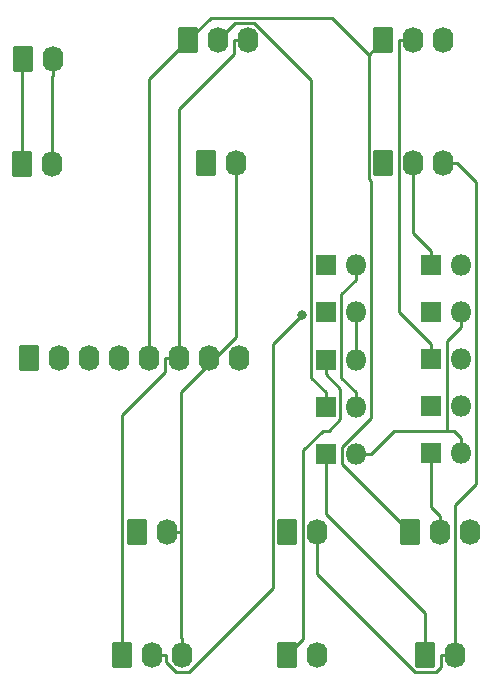
<source format=gbr>
%TF.GenerationSoftware,KiCad,Pcbnew,7.0.9*%
%TF.CreationDate,2023-12-04T05:24:49+10:00*%
%TF.ProjectId,MASTER ARM,4d415354-4552-4204-9152-4d2e6b696361,rev?*%
%TF.SameCoordinates,Original*%
%TF.FileFunction,Copper,L1,Top*%
%TF.FilePolarity,Positive*%
%FSLAX46Y46*%
G04 Gerber Fmt 4.6, Leading zero omitted, Abs format (unit mm)*
G04 Created by KiCad (PCBNEW 7.0.9) date 2023-12-04 05:24:49*
%MOMM*%
%LPD*%
G01*
G04 APERTURE LIST*
G04 Aperture macros list*
%AMRoundRect*
0 Rectangle with rounded corners*
0 $1 Rounding radius*
0 $2 $3 $4 $5 $6 $7 $8 $9 X,Y pos of 4 corners*
0 Add a 4 corners polygon primitive as box body*
4,1,4,$2,$3,$4,$5,$6,$7,$8,$9,$2,$3,0*
0 Add four circle primitives for the rounded corners*
1,1,$1+$1,$2,$3*
1,1,$1+$1,$4,$5*
1,1,$1+$1,$6,$7*
1,1,$1+$1,$8,$9*
0 Add four rect primitives between the rounded corners*
20,1,$1+$1,$2,$3,$4,$5,0*
20,1,$1+$1,$4,$5,$6,$7,0*
20,1,$1+$1,$6,$7,$8,$9,0*
20,1,$1+$1,$8,$9,$2,$3,0*%
G04 Aperture macros list end*
%TA.AperFunction,ComponentPad*%
%ADD10RoundRect,0.250000X-0.620000X-0.845000X0.620000X-0.845000X0.620000X0.845000X-0.620000X0.845000X0*%
%TD*%
%TA.AperFunction,ComponentPad*%
%ADD11O,1.740000X2.190000*%
%TD*%
%TA.AperFunction,ComponentPad*%
%ADD12O,1.800000X1.800000*%
%TD*%
%TA.AperFunction,ComponentPad*%
%ADD13R,1.800000X1.800000*%
%TD*%
%TA.AperFunction,ViaPad*%
%ADD14C,0.800000*%
%TD*%
%TA.AperFunction,Conductor*%
%ADD15C,0.250000*%
%TD*%
G04 APERTURE END LIST*
D10*
%TO.P,SW9,1,1*%
%TO.N,/ROW7*%
X118872000Y-105664000D03*
D11*
%TO.P,SW9,2,2*%
%TO.N,Net-(D10-K)*%
X121412000Y-105664000D03*
%TO.P,SW9,3,3*%
%TO.N,/ROW8*%
X123952000Y-105664000D03*
%TD*%
D10*
%TO.P,SW5,1,1*%
%TO.N,/ROW6*%
X124460000Y-53594000D03*
D11*
%TO.P,SW5,2,2*%
%TO.N,Net-(D5-K)*%
X127000000Y-53594000D03*
%TO.P,SW5,3,3*%
%TO.N,/ROW7*%
X129540000Y-53594000D03*
%TD*%
D10*
%TO.P,SW3,1,1*%
%TO.N,/ROW6*%
X143256000Y-95270000D03*
D11*
%TO.P,SW3,2,2*%
%TO.N,Net-(D3-K)*%
X145796000Y-95270000D03*
%TO.P,SW3,3,3*%
%TO.N,/ROW7*%
X148336000Y-95270000D03*
%TD*%
D10*
%TO.P,SW2,1,1*%
%TO.N,/ROW8*%
X140970000Y-64008000D03*
D11*
%TO.P,SW2,2,2*%
%TO.N,Net-(D2-K)*%
X143510000Y-64008000D03*
%TO.P,SW2,3,3*%
%TO.N,/ROW9*%
X146050000Y-64008000D03*
%TD*%
D10*
%TO.P,SW1,1,1*%
%TO.N,/ROW6*%
X140970000Y-53594000D03*
D11*
%TO.P,SW1,2,2*%
%TO.N,Net-(D1-K)*%
X143510000Y-53594000D03*
%TO.P,SW1,3,3*%
%TO.N,/ROW7*%
X146050000Y-53594000D03*
%TD*%
D10*
%TO.P,J3,1,Pin_1*%
%TO.N,/COL0*%
X110998000Y-80518000D03*
D11*
%TO.P,J3,2,Pin_2*%
%TO.N,/COL1*%
X113538000Y-80518000D03*
%TO.P,J3,3,Pin_3*%
%TO.N,/COL2*%
X116078000Y-80518000D03*
%TO.P,J3,4,Pin_4*%
%TO.N,/COL3*%
X118618000Y-80518000D03*
%TO.P,J3,5,Pin_5*%
%TO.N,/ROW6*%
X121158000Y-80518000D03*
%TO.P,J3,6,Pin_6*%
%TO.N,/ROW7*%
X123698000Y-80518000D03*
%TO.P,J3,7,Pin_7*%
%TO.N,/ROW8*%
X126238000Y-80518000D03*
%TO.P,J3,8,Pin_8*%
%TO.N,/ROW9*%
X128778000Y-80518000D03*
%TD*%
D10*
%TO.P,SW10,1,A*%
%TO.N,Net-(D9-K)*%
X120142000Y-95270000D03*
D11*
%TO.P,SW10,2,B*%
%TO.N,/ROW8*%
X122682000Y-95270000D03*
%TD*%
D12*
%TO.P,D4,2,A*%
%TO.N,/COL2*%
X138684000Y-88646000D03*
D13*
%TO.P,D4,1,K*%
%TO.N,Net-(D4-K)*%
X136144000Y-88646000D03*
%TD*%
D10*
%TO.P,SW6,1,A*%
%TO.N,Net-(D6-K)*%
X132842000Y-105664000D03*
D11*
%TO.P,SW6,2,B*%
%TO.N,/ROW6*%
X135382000Y-105664000D03*
%TD*%
D13*
%TO.P,D10,1,K*%
%TO.N,Net-(D10-K)*%
X136115000Y-76644500D03*
D12*
%TO.P,D10,2,A*%
%TO.N,/COL3*%
X138655000Y-76644500D03*
%TD*%
D13*
%TO.P,D7,1,K*%
%TO.N,Net-(D7-K)*%
X136115000Y-72644000D03*
D12*
%TO.P,D7,2,A*%
%TO.N,/COL1*%
X138655000Y-72644000D03*
%TD*%
D10*
%TO.P,J2,1,Pin_1*%
%TO.N,Net-(J1-Pin_1)*%
X110390000Y-64110000D03*
D11*
%TO.P,J2,2,Pin_2*%
%TO.N,Net-(J1-Pin_2)*%
X112930000Y-64110000D03*
%TD*%
D13*
%TO.P,D9,1,K*%
%TO.N,Net-(D9-K)*%
X145034000Y-76612000D03*
D12*
%TO.P,D9,2,A*%
%TO.N,/COL2*%
X147574000Y-76612000D03*
%TD*%
D10*
%TO.P,SW8,1,A*%
%TO.N,Net-(D8-K)*%
X132842000Y-95270000D03*
D11*
%TO.P,SW8,2,B*%
%TO.N,/ROW9*%
X135382000Y-95270000D03*
%TD*%
D13*
%TO.P,D3,1,K*%
%TO.N,Net-(D3-K)*%
X145034000Y-88516000D03*
D12*
%TO.P,D3,2,A*%
%TO.N,/COL2*%
X147574000Y-88516000D03*
%TD*%
D13*
%TO.P,D6,1,K*%
%TO.N,Net-(D6-K)*%
X136115000Y-80645000D03*
D12*
%TO.P,D6,2,A*%
%TO.N,/COL3*%
X138655000Y-80645000D03*
%TD*%
D13*
%TO.P,D5,1,K*%
%TO.N,Net-(D5-K)*%
X136115000Y-84645500D03*
D12*
%TO.P,D5,2,A*%
%TO.N,/COL1*%
X138655000Y-84645500D03*
%TD*%
D13*
%TO.P,D1,1,K*%
%TO.N,Net-(D1-K)*%
X145034000Y-80580000D03*
D12*
%TO.P,D1,2,A*%
%TO.N,/COL0*%
X147574000Y-80580000D03*
%TD*%
D10*
%TO.P,J1,1,Pin_1*%
%TO.N,Net-(J1-Pin_1)*%
X110450000Y-55170000D03*
D11*
%TO.P,J1,2,Pin_2*%
%TO.N,Net-(J1-Pin_2)*%
X112990000Y-55170000D03*
%TD*%
D10*
%TO.P,SW4,1,A*%
%TO.N,Net-(D4-K)*%
X144526000Y-105664000D03*
D11*
%TO.P,SW4,2,B*%
%TO.N,/ROW9*%
X147066000Y-105664000D03*
%TD*%
D10*
%TO.P,SW7,1,A*%
%TO.N,Net-(D7-K)*%
X125984000Y-64028000D03*
D11*
%TO.P,SW7,2,B*%
%TO.N,/ROW8*%
X128524000Y-64028000D03*
%TD*%
D13*
%TO.P,D2,1,K*%
%TO.N,Net-(D2-K)*%
X145034000Y-72644000D03*
D12*
%TO.P,D2,2,A*%
%TO.N,/COL0*%
X147574000Y-72644000D03*
%TD*%
D13*
%TO.P,D8,1,K*%
%TO.N,Net-(D8-K)*%
X145034000Y-84548000D03*
D12*
%TO.P,D8,2,A*%
%TO.N,/COL1*%
X147574000Y-84548000D03*
%TD*%
D14*
%TO.N,Net-(D10-K)*%
X134095100Y-76894500D03*
%TD*%
D15*
%TO.N,/ROW6*%
X121158000Y-56896000D02*
X124460000Y-53594000D01*
X121158000Y-80518000D02*
X121158000Y-56896000D01*
X126376700Y-51677300D02*
X124460000Y-53594000D01*
X136609500Y-51677300D02*
X126376700Y-51677300D01*
X139748100Y-54815900D02*
X136609500Y-51677300D01*
X139748100Y-54815900D02*
X140970000Y-53594000D01*
X139748100Y-65368200D02*
X139748100Y-54815900D01*
X139930900Y-65551000D02*
X139748100Y-65368200D01*
X139930900Y-85595000D02*
X139930900Y-65551000D01*
X137453800Y-88072100D02*
X139930900Y-85595000D01*
X137453800Y-89467800D02*
X137453800Y-88072100D01*
X143256000Y-95270000D02*
X137453800Y-89467800D01*
%TO.N,/COL2*%
X147574000Y-88516000D02*
X147574000Y-87290700D01*
X147574000Y-76612000D02*
X147574000Y-77837300D01*
X138684000Y-88646000D02*
X139909300Y-88646000D01*
X146348700Y-79062600D02*
X147574000Y-77837300D01*
X146348700Y-86678000D02*
X146348700Y-79062600D01*
X146961300Y-86678000D02*
X146348700Y-86678000D01*
X147574000Y-87290700D02*
X146961300Y-86678000D01*
X141877300Y-86678000D02*
X139909300Y-88646000D01*
X146348700Y-86678000D02*
X141877300Y-86678000D01*
%TO.N,/COL3*%
X138655000Y-80645000D02*
X138655000Y-76644500D01*
%TO.N,Net-(D5-K)*%
X128465300Y-52128700D02*
X127000000Y-53594000D01*
X130041800Y-52128700D02*
X128465300Y-52128700D01*
X134889700Y-56976600D02*
X130041800Y-52128700D01*
X134889700Y-82194900D02*
X134889700Y-56976600D01*
X136115000Y-83420200D02*
X134889700Y-82194900D01*
X136115000Y-84645500D02*
X136115000Y-83420200D01*
%TO.N,/COL1*%
X137429700Y-75094600D02*
X138655000Y-73869300D01*
X137429700Y-82194900D02*
X137429700Y-75094600D01*
X138655000Y-83420200D02*
X137429700Y-82194900D01*
X138655000Y-84645500D02*
X138655000Y-83420200D01*
X138655000Y-72644000D02*
X138655000Y-73869300D01*
%TO.N,/ROW9*%
X146050000Y-64008000D02*
X147245300Y-64008000D01*
X147066000Y-92933600D02*
X147066000Y-105664000D01*
X148815100Y-91184500D02*
X147066000Y-92933600D01*
X148815100Y-65577800D02*
X148815100Y-91184500D01*
X147245300Y-64008000D02*
X148815100Y-65577800D01*
X135382000Y-98809500D02*
X135382000Y-95270000D01*
X143667600Y-107095100D02*
X135382000Y-98809500D01*
X145410800Y-107095100D02*
X143667600Y-107095100D01*
X145870700Y-106635200D02*
X145410800Y-107095100D01*
X145870700Y-105664000D02*
X145870700Y-106635200D01*
X147066000Y-105664000D02*
X145870700Y-105664000D01*
%TO.N,Net-(J1-Pin_2)*%
X112930000Y-56650300D02*
X112930000Y-64110000D01*
X112990000Y-56590300D02*
X112930000Y-56650300D01*
X112990000Y-55170000D02*
X112990000Y-56590300D01*
%TO.N,Net-(J1-Pin_1)*%
X110390000Y-55230000D02*
X110390000Y-64110000D01*
X110450000Y-55170000D02*
X110390000Y-55230000D01*
%TO.N,/ROW8*%
X123877300Y-104169000D02*
X123952000Y-104243700D01*
X123877300Y-95270000D02*
X123877300Y-104169000D01*
X122682000Y-95270000D02*
X123877300Y-95270000D01*
X123952000Y-105664000D02*
X123952000Y-104243700D01*
X126238000Y-80518000D02*
X126709500Y-80518000D01*
X123877300Y-83350200D02*
X123877300Y-95270000D01*
X126709500Y-80518000D02*
X123877300Y-83350200D01*
X128524000Y-78703500D02*
X126709500Y-80518000D01*
X128524000Y-64028000D02*
X128524000Y-78703500D01*
%TO.N,Net-(D3-K)*%
X145034000Y-93087700D02*
X145796000Y-93849700D01*
X145034000Y-88516000D02*
X145034000Y-93087700D01*
X145796000Y-95270000D02*
X145796000Y-93849700D01*
%TO.N,/ROW7*%
X129540000Y-53594000D02*
X128344700Y-53594000D01*
X123698000Y-59436000D02*
X123698000Y-80518000D01*
X128344700Y-54789300D02*
X123698000Y-59436000D01*
X128344700Y-53594000D02*
X128344700Y-54789300D01*
X118872000Y-85344000D02*
X118872000Y-105664000D01*
X122502700Y-81713300D02*
X118872000Y-85344000D01*
X122502700Y-80518000D02*
X122502700Y-81713300D01*
X123698000Y-80518000D02*
X122502700Y-80518000D01*
%TO.N,Net-(D10-K)*%
X122607300Y-106261700D02*
X122607300Y-105664000D01*
X123439800Y-107094200D02*
X122607300Y-106261700D01*
X124506900Y-107094200D02*
X123439800Y-107094200D01*
X131645600Y-99955500D02*
X124506900Y-107094200D01*
X131645600Y-79344000D02*
X131645600Y-99955500D01*
X134095100Y-76894500D02*
X131645600Y-79344000D01*
X121412000Y-105664000D02*
X122607300Y-105664000D01*
%TO.N,Net-(D6-K)*%
X134186600Y-104319400D02*
X132842000Y-105664000D01*
X134186600Y-88312800D02*
X134186600Y-104319400D01*
X135853700Y-86645700D02*
X134186600Y-88312800D01*
X136387900Y-86645700D02*
X135853700Y-86645700D01*
X137340400Y-85693200D02*
X136387900Y-86645700D01*
X137340400Y-83095700D02*
X137340400Y-85693200D01*
X136115000Y-81870300D02*
X137340400Y-83095700D01*
X136115000Y-80645000D02*
X136115000Y-81870300D01*
%TO.N,Net-(D4-K)*%
X144526000Y-102080500D02*
X144526000Y-105664000D01*
X136144000Y-93698500D02*
X144526000Y-102080500D01*
X136144000Y-88646000D02*
X136144000Y-93698500D01*
%TO.N,Net-(D1-K)*%
X142314700Y-76635400D02*
X142314700Y-53594000D01*
X145034000Y-79354700D02*
X142314700Y-76635400D01*
X145034000Y-80580000D02*
X145034000Y-79354700D01*
X143510000Y-53594000D02*
X142314700Y-53594000D01*
%TO.N,Net-(D2-K)*%
X143510000Y-69894700D02*
X143510000Y-64008000D01*
X145034000Y-71418700D02*
X143510000Y-69894700D01*
X145034000Y-72644000D02*
X145034000Y-71418700D01*
%TD*%
M02*

</source>
